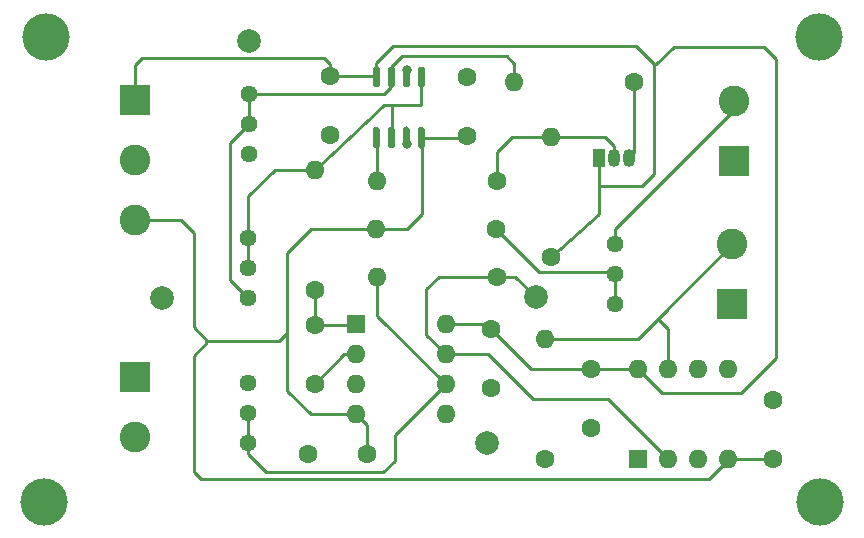
<source format=gbr>
%TF.GenerationSoftware,KiCad,Pcbnew,5.1.10-88a1d61d58~90~ubuntu20.04.1*%
%TF.CreationDate,2021-07-21T12:39:05-04:00*%
%TF.ProjectId,VoltageControlledPWM,566f6c74-6167-4654-936f-6e74726f6c6c,V1.0*%
%TF.SameCoordinates,Original*%
%TF.FileFunction,Copper,L1,Top*%
%TF.FilePolarity,Positive*%
%FSLAX46Y46*%
G04 Gerber Fmt 4.6, Leading zero omitted, Abs format (unit mm)*
G04 Created by KiCad (PCBNEW 5.1.10-88a1d61d58~90~ubuntu20.04.1) date 2021-07-21 12:39:05*
%MOMM*%
%LPD*%
G01*
G04 APERTURE LIST*
%TA.AperFunction,ComponentPad*%
%ADD10C,2.000000*%
%TD*%
%TA.AperFunction,ComponentPad*%
%ADD11C,1.440000*%
%TD*%
%TA.AperFunction,ComponentPad*%
%ADD12C,1.600000*%
%TD*%
%TA.AperFunction,ComponentPad*%
%ADD13R,2.600000X2.600000*%
%TD*%
%TA.AperFunction,ComponentPad*%
%ADD14C,2.600000*%
%TD*%
%TA.AperFunction,ComponentPad*%
%ADD15O,1.050000X1.500000*%
%TD*%
%TA.AperFunction,ComponentPad*%
%ADD16R,1.050000X1.500000*%
%TD*%
%TA.AperFunction,ComponentPad*%
%ADD17O,1.600000X1.600000*%
%TD*%
%TA.AperFunction,ComponentPad*%
%ADD18R,1.600000X1.600000*%
%TD*%
%TA.AperFunction,ViaPad*%
%ADD19C,4.000000*%
%TD*%
%TA.AperFunction,ViaPad*%
%ADD20C,0.800000*%
%TD*%
%TA.AperFunction,Conductor*%
%ADD21C,0.250000*%
%TD*%
G04 APERTURE END LIST*
D10*
%TO.P,TP0,1*%
%TO.N,GND*%
X101193600Y-103581200D03*
%TD*%
%TO.P,TP3,1*%
%TO.N,Net-(R10-Pad1)*%
X132842000Y-103530400D03*
%TD*%
%TO.P,TP2,1*%
%TO.N,Net-(C1-Pad1)*%
X128676400Y-115925600D03*
%TD*%
%TO.P,TP1,1*%
%TO.N,Net-(R1-Pad1)*%
X108508800Y-81838800D03*
%TD*%
D11*
%TO.P,R11,3*%
%TO.N,Net-(R10-Pad2)*%
X108458000Y-115874800D03*
%TO.P,R11,2*%
X108458000Y-113334800D03*
%TO.P,R11,1*%
%TO.N,GND*%
X108458000Y-110794800D03*
%TD*%
%TO.P,R9,3*%
%TO.N,Net-(R8-Pad1)*%
X139547600Y-104089200D03*
%TO.P,R9,2*%
X139547600Y-101549200D03*
%TO.P,R9,1*%
%TO.N,Net-(J3-Pad2)*%
X139547600Y-99009200D03*
%TD*%
%TO.P,R3,3*%
%TO.N,Net-(R1-Pad1)*%
X108458000Y-103632000D03*
%TO.P,R3,2*%
%TO.N,Net-(R2-Pad2)*%
X108458000Y-101092000D03*
%TO.P,R3,1*%
X108458000Y-98552000D03*
%TD*%
%TO.P,R1,3*%
%TO.N,Net-(C1-Pad2)*%
X108508800Y-91440000D03*
%TO.P,R1,2*%
%TO.N,Net-(R1-Pad1)*%
X108508800Y-88900000D03*
%TO.P,R1,1*%
X108508800Y-86360000D03*
%TD*%
D12*
%TO.P,C1,1*%
%TO.N,Net-(C1-Pad1)*%
X114096800Y-105867200D03*
%TO.P,C1,2*%
%TO.N,Net-(C1-Pad2)*%
X114096800Y-110867200D03*
%TD*%
%TO.P,C2,1*%
%TO.N,+12V*%
X115417600Y-84836000D03*
%TO.P,C2,2*%
%TO.N,GND*%
X115417600Y-89836000D03*
%TD*%
%TO.P,C4,2*%
%TO.N,GND*%
X129032000Y-111222800D03*
%TO.P,C4,1*%
%TO.N,+12V*%
X129032000Y-106222800D03*
%TD*%
%TO.P,C6,1*%
%TO.N,+12V*%
X137464800Y-109626400D03*
%TO.P,C6,2*%
%TO.N,GND*%
X137464800Y-114626400D03*
%TD*%
%TO.P,C3,2*%
%TO.N,GND*%
X126949200Y-84865200D03*
%TO.P,C3,1*%
%TO.N,-12V*%
X126949200Y-89865200D03*
%TD*%
%TO.P,C5,2*%
%TO.N,GND*%
X113516400Y-116840000D03*
%TO.P,C5,1*%
%TO.N,-12V*%
X118516400Y-116840000D03*
%TD*%
%TO.P,C7,1*%
%TO.N,-12V*%
X152908000Y-117246400D03*
%TO.P,C7,2*%
%TO.N,GND*%
X152908000Y-112246400D03*
%TD*%
D13*
%TO.P,J1,1*%
%TO.N,+12V*%
X98856800Y-86868000D03*
D14*
%TO.P,J1,2*%
%TO.N,GND*%
X98856800Y-91948000D03*
%TO.P,J1,3*%
%TO.N,-12V*%
X98856800Y-97028000D03*
%TD*%
D13*
%TO.P,J2,1*%
%TO.N,GND*%
X98856800Y-110337600D03*
D14*
%TO.P,J2,2*%
%TO.N,+3.3|5.0V*%
X98856800Y-115417600D03*
%TD*%
%TO.P,J3,2*%
%TO.N,Net-(J3-Pad2)*%
X149555200Y-86918800D03*
D13*
%TO.P,J3,1*%
%TO.N,GND*%
X149555200Y-91998800D03*
%TD*%
%TO.P,J4,1*%
%TO.N,GND*%
X149453600Y-104140000D03*
D14*
%TO.P,J4,2*%
%TO.N,Net-(J4-Pad2)*%
X149453600Y-99060000D03*
%TD*%
D15*
%TO.P,Q1,2*%
%TO.N,Net-(Q1-Pad2)*%
X139446000Y-91744800D03*
%TO.P,Q1,3*%
%TO.N,Net-(Q1-Pad3)*%
X140716000Y-91744800D03*
D16*
%TO.P,Q1,1*%
%TO.N,+12V*%
X138176000Y-91744800D03*
%TD*%
D12*
%TO.P,R2,1*%
%TO.N,Net-(C1-Pad1)*%
X114096800Y-102920800D03*
D17*
%TO.P,R2,2*%
%TO.N,Net-(R2-Pad2)*%
X114096800Y-92760800D03*
%TD*%
D12*
%TO.P,R4,1*%
%TO.N,Net-(Q1-Pad2)*%
X129489200Y-93675200D03*
D17*
%TO.P,R4,2*%
%TO.N,Net-(R4-Pad2)*%
X119329200Y-93675200D03*
%TD*%
%TO.P,R5,2*%
%TO.N,Net-(Q1-Pad2)*%
X134061200Y-89966800D03*
D12*
%TO.P,R5,1*%
%TO.N,+12V*%
X134061200Y-100126800D03*
%TD*%
%TO.P,R6,1*%
%TO.N,Net-(Q1-Pad3)*%
X141122400Y-85293200D03*
D17*
%TO.P,R6,2*%
%TO.N,Net-(R1-Pad1)*%
X130962400Y-85293200D03*
%TD*%
D12*
%TO.P,R7,1*%
%TO.N,+3.3|5.0V*%
X133553200Y-117246400D03*
D17*
%TO.P,R7,2*%
%TO.N,Net-(J4-Pad2)*%
X133553200Y-107086400D03*
%TD*%
%TO.P,R8,2*%
%TO.N,-12V*%
X119278400Y-97739200D03*
D12*
%TO.P,R8,1*%
%TO.N,Net-(R8-Pad1)*%
X129438400Y-97739200D03*
%TD*%
D17*
%TO.P,R10,2*%
%TO.N,Net-(R10-Pad2)*%
X119380000Y-101803200D03*
D12*
%TO.P,R10,1*%
%TO.N,Net-(R10-Pad1)*%
X129540000Y-101803200D03*
%TD*%
%TO.P,U1,1*%
%TO.N,Net-(R4-Pad2)*%
%TA.AperFunction,SMDPad,CuDef*%
G36*
G01*
X119453800Y-90927600D02*
X119153800Y-90927600D01*
G75*
G02*
X119003800Y-90777600I0J150000D01*
G01*
X119003800Y-89327600D01*
G75*
G02*
X119153800Y-89177600I150000J0D01*
G01*
X119453800Y-89177600D01*
G75*
G02*
X119603800Y-89327600I0J-150000D01*
G01*
X119603800Y-90777600D01*
G75*
G02*
X119453800Y-90927600I-150000J0D01*
G01*
G37*
%TD.AperFunction*%
%TO.P,U1,2*%
%TO.N,Net-(R2-Pad2)*%
%TA.AperFunction,SMDPad,CuDef*%
G36*
G01*
X120723800Y-90927600D02*
X120423800Y-90927600D01*
G75*
G02*
X120273800Y-90777600I0J150000D01*
G01*
X120273800Y-89327600D01*
G75*
G02*
X120423800Y-89177600I150000J0D01*
G01*
X120723800Y-89177600D01*
G75*
G02*
X120873800Y-89327600I0J-150000D01*
G01*
X120873800Y-90777600D01*
G75*
G02*
X120723800Y-90927600I-150000J0D01*
G01*
G37*
%TD.AperFunction*%
%TO.P,U1,3*%
%TO.N,GND*%
%TA.AperFunction,SMDPad,CuDef*%
G36*
G01*
X121993800Y-90927600D02*
X121693800Y-90927600D01*
G75*
G02*
X121543800Y-90777600I0J150000D01*
G01*
X121543800Y-89327600D01*
G75*
G02*
X121693800Y-89177600I150000J0D01*
G01*
X121993800Y-89177600D01*
G75*
G02*
X122143800Y-89327600I0J-150000D01*
G01*
X122143800Y-90777600D01*
G75*
G02*
X121993800Y-90927600I-150000J0D01*
G01*
G37*
%TD.AperFunction*%
%TO.P,U1,4*%
%TO.N,-12V*%
%TA.AperFunction,SMDPad,CuDef*%
G36*
G01*
X123263800Y-90927600D02*
X122963800Y-90927600D01*
G75*
G02*
X122813800Y-90777600I0J150000D01*
G01*
X122813800Y-89327600D01*
G75*
G02*
X122963800Y-89177600I150000J0D01*
G01*
X123263800Y-89177600D01*
G75*
G02*
X123413800Y-89327600I0J-150000D01*
G01*
X123413800Y-90777600D01*
G75*
G02*
X123263800Y-90927600I-150000J0D01*
G01*
G37*
%TD.AperFunction*%
%TO.P,U1,5*%
%TO.N,Net-(R2-Pad2)*%
%TA.AperFunction,SMDPad,CuDef*%
G36*
G01*
X123263800Y-85777600D02*
X122963800Y-85777600D01*
G75*
G02*
X122813800Y-85627600I0J150000D01*
G01*
X122813800Y-84177600D01*
G75*
G02*
X122963800Y-84027600I150000J0D01*
G01*
X123263800Y-84027600D01*
G75*
G02*
X123413800Y-84177600I0J-150000D01*
G01*
X123413800Y-85627600D01*
G75*
G02*
X123263800Y-85777600I-150000J0D01*
G01*
G37*
%TD.AperFunction*%
%TO.P,U1,6*%
%TO.N,GND*%
%TA.AperFunction,SMDPad,CuDef*%
G36*
G01*
X121993800Y-85777600D02*
X121693800Y-85777600D01*
G75*
G02*
X121543800Y-85627600I0J150000D01*
G01*
X121543800Y-84177600D01*
G75*
G02*
X121693800Y-84027600I150000J0D01*
G01*
X121993800Y-84027600D01*
G75*
G02*
X122143800Y-84177600I0J-150000D01*
G01*
X122143800Y-85627600D01*
G75*
G02*
X121993800Y-85777600I-150000J0D01*
G01*
G37*
%TD.AperFunction*%
%TO.P,U1,7*%
%TO.N,Net-(R1-Pad1)*%
%TA.AperFunction,SMDPad,CuDef*%
G36*
G01*
X120723800Y-85777600D02*
X120423800Y-85777600D01*
G75*
G02*
X120273800Y-85627600I0J150000D01*
G01*
X120273800Y-84177600D01*
G75*
G02*
X120423800Y-84027600I150000J0D01*
G01*
X120723800Y-84027600D01*
G75*
G02*
X120873800Y-84177600I0J-150000D01*
G01*
X120873800Y-85627600D01*
G75*
G02*
X120723800Y-85777600I-150000J0D01*
G01*
G37*
%TD.AperFunction*%
%TO.P,U1,8*%
%TO.N,+12V*%
%TA.AperFunction,SMDPad,CuDef*%
G36*
G01*
X119453800Y-85777600D02*
X119153800Y-85777600D01*
G75*
G02*
X119003800Y-85627600I0J150000D01*
G01*
X119003800Y-84177600D01*
G75*
G02*
X119153800Y-84027600I150000J0D01*
G01*
X119453800Y-84027600D01*
G75*
G02*
X119603800Y-84177600I0J-150000D01*
G01*
X119603800Y-85627600D01*
G75*
G02*
X119453800Y-85777600I-150000J0D01*
G01*
G37*
%TD.AperFunction*%
%TD*%
D17*
%TO.P,U2,8*%
%TO.N,+12V*%
X125171200Y-105816400D03*
%TO.P,U2,4*%
%TO.N,-12V*%
X117551200Y-113436400D03*
%TO.P,U2,7*%
%TO.N,Net-(R10-Pad1)*%
X125171200Y-108356400D03*
%TO.P,U2,3*%
%TO.N,GND*%
X117551200Y-110896400D03*
%TO.P,U2,6*%
%TO.N,Net-(R10-Pad2)*%
X125171200Y-110896400D03*
%TO.P,U2,2*%
%TO.N,Net-(C1-Pad2)*%
X117551200Y-108356400D03*
%TO.P,U2,5*%
%TO.N,Net-(R8-Pad1)*%
X125171200Y-113436400D03*
D18*
%TO.P,U2,1*%
%TO.N,Net-(C1-Pad1)*%
X117551200Y-105816400D03*
%TD*%
%TO.P,U3,1*%
%TO.N,GND*%
X141478000Y-117246400D03*
D17*
%TO.P,U3,5*%
%TO.N,Net-(U3-Pad5)*%
X149098000Y-109626400D03*
%TO.P,U3,2*%
%TO.N,Net-(R10-Pad1)*%
X144018000Y-117246400D03*
%TO.P,U3,6*%
%TO.N,Net-(U3-Pad6)*%
X146558000Y-109626400D03*
%TO.P,U3,3*%
%TO.N,Net-(C1-Pad1)*%
X146558000Y-117246400D03*
%TO.P,U3,7*%
%TO.N,Net-(J4-Pad2)*%
X144018000Y-109626400D03*
%TO.P,U3,4*%
%TO.N,-12V*%
X149098000Y-117246400D03*
%TO.P,U3,8*%
%TO.N,+12V*%
X141478000Y-109626400D03*
%TD*%
D19*
%TO.N,*%
X91338400Y-81483200D03*
X91186000Y-120853200D03*
X156870400Y-120853200D03*
X156768800Y-81534000D03*
D20*
%TO.N,GND*%
X121869200Y-90576400D03*
X121869200Y-84328000D03*
%TD*%
D21*
%TO.N,-12V*%
X123113800Y-90052600D02*
X123113800Y-90927600D01*
X126761800Y-90052600D02*
X126949200Y-89865200D01*
X123113800Y-90052600D02*
X126761800Y-90052600D01*
X103835200Y-98094800D02*
X103835200Y-106070400D01*
X103835200Y-106070400D02*
X105003600Y-107238800D01*
X98856800Y-97028000D02*
X102768400Y-97028000D01*
X102768400Y-97028000D02*
X103835200Y-98094800D01*
X149098000Y-117246400D02*
X152908000Y-117246400D01*
X147472400Y-118922800D02*
X149098000Y-117297200D01*
X132588000Y-118922800D02*
X147472400Y-118922800D01*
X105003600Y-107340400D02*
X105003600Y-107238800D01*
X103835200Y-118313200D02*
X103835200Y-108508800D01*
X104444800Y-118922800D02*
X103835200Y-118313200D01*
X132588000Y-118922800D02*
X104444800Y-118922800D01*
X103835200Y-108508800D02*
X105003600Y-107340400D01*
X111099600Y-107238800D02*
X105003600Y-107238800D01*
X111760000Y-106578400D02*
X111099600Y-107238800D01*
X113792000Y-97739200D02*
X111760000Y-99771200D01*
X119278400Y-97739200D02*
X113792000Y-97739200D01*
X121920000Y-97739200D02*
X119278400Y-97739200D01*
X123190000Y-96469200D02*
X121920000Y-97739200D01*
X123190000Y-90128800D02*
X123190000Y-96469200D01*
X123113800Y-90052600D02*
X123190000Y-90128800D01*
X111760000Y-106375200D02*
X111760000Y-106578400D01*
X111760000Y-99771200D02*
X111760000Y-106375200D01*
X113741200Y-113436400D02*
X111760000Y-111455200D01*
X111760000Y-111455200D02*
X111760000Y-106375200D01*
X117551200Y-113436400D02*
X113741200Y-113436400D01*
X118516400Y-116840000D02*
X118516400Y-114401600D01*
X118516400Y-114401600D02*
X117551200Y-113436400D01*
%TO.N,GND*%
X121843800Y-85464798D02*
X121869200Y-85490198D01*
X121843800Y-84902600D02*
X121843800Y-85464798D01*
X121843800Y-90052600D02*
X121843800Y-89142401D01*
%TO.N,+12V*%
X139954000Y-109626400D02*
X139750800Y-109626400D01*
X119237200Y-84836000D02*
X119303800Y-84902600D01*
X115417600Y-84836000D02*
X119237200Y-84836000D01*
X115417600Y-83820000D02*
X115417600Y-84836000D01*
X114858800Y-83261200D02*
X115417600Y-83820000D01*
X99466400Y-83261200D02*
X114858800Y-83261200D01*
X98856800Y-83870800D02*
X99466400Y-83261200D01*
X98856800Y-86868000D02*
X98856800Y-83870800D01*
X119303800Y-83693000D02*
X120700800Y-82296000D01*
X119303800Y-84902600D02*
X119303800Y-83693000D01*
X138176000Y-91744800D02*
X138176000Y-94132400D01*
X136550400Y-82296000D02*
X136804400Y-82296000D01*
X120700800Y-82296000D02*
X136550400Y-82296000D01*
X141325600Y-82296000D02*
X136550400Y-82296000D01*
X142849600Y-83820000D02*
X141325600Y-82296000D01*
X142849600Y-93116400D02*
X142849600Y-83820000D01*
X141833600Y-94132400D02*
X142849600Y-93116400D01*
X138176000Y-94132400D02*
X141833600Y-94132400D01*
X138176000Y-96520000D02*
X138176000Y-94132400D01*
X134061200Y-100126800D02*
X138176000Y-96520000D01*
X137464800Y-109626400D02*
X141478000Y-109626400D01*
X143510000Y-111658400D02*
X141478000Y-109626400D01*
X153111200Y-108712000D02*
X150164800Y-111658400D01*
X153111200Y-83362800D02*
X153111200Y-108712000D01*
X152095200Y-82346800D02*
X153111200Y-83362800D01*
X150164800Y-111658400D02*
X143510000Y-111658400D01*
X144475200Y-82346800D02*
X152095200Y-82346800D01*
X143002000Y-83820000D02*
X144475200Y-82346800D01*
X142849600Y-83820000D02*
X143002000Y-83820000D01*
X128625600Y-105816400D02*
X129032000Y-106222800D01*
X125171200Y-105816400D02*
X128625600Y-105816400D01*
X132435600Y-109626400D02*
X129032000Y-106222800D01*
X137464800Y-109626400D02*
X132435600Y-109626400D01*
%TO.N,Net-(Q1-Pad2)*%
X138668000Y-89966800D02*
X134061200Y-89966800D01*
X139446000Y-90744800D02*
X138668000Y-89966800D01*
X139446000Y-91744800D02*
X139446000Y-90744800D01*
X129489200Y-93675200D02*
X129997200Y-93980000D01*
X129489200Y-91287600D02*
X129489200Y-93675200D01*
X130810000Y-89966800D02*
X129489200Y-91287600D01*
X134061200Y-89966800D02*
X130810000Y-89966800D01*
%TO.N,Net-(Q1-Pad3)*%
X141122400Y-91338400D02*
X140716000Y-91744800D01*
X141122400Y-85293200D02*
X141122400Y-91338400D01*
%TO.N,Net-(R4-Pad2)*%
X119329200Y-93675200D02*
X119329200Y-90078000D01*
%TO.N,Net-(R2-Pad2)*%
X108458000Y-98552000D02*
X108458000Y-101092000D01*
X120599200Y-90027200D02*
X120573800Y-90052600D01*
X120599200Y-87298864D02*
X120599200Y-90027200D01*
X120536168Y-87235832D02*
X120599200Y-87298864D01*
X114096800Y-93014800D02*
X114350800Y-93014800D01*
X123113800Y-87235832D02*
X123113800Y-84902600D01*
X119926568Y-87235832D02*
X123113800Y-87235832D01*
X114096800Y-92760800D02*
X119926568Y-87235832D01*
X114096800Y-93014800D02*
X114096800Y-92760800D01*
X110693200Y-92760800D02*
X114096800Y-92760800D01*
X108458000Y-94996000D02*
X110693200Y-92760800D01*
X108458000Y-98552000D02*
X108458000Y-94996000D01*
%TO.N,Net-(C1-Pad1)*%
X117500400Y-105867200D02*
X117551200Y-105816400D01*
X114096800Y-105867200D02*
X117500400Y-105867200D01*
X114096800Y-102920800D02*
X114096800Y-105867200D01*
%TO.N,Net-(R8-Pad1)*%
X139547600Y-101549200D02*
X139547600Y-104089200D01*
X139395200Y-101396800D02*
X139547600Y-101549200D01*
X133096000Y-101396800D02*
X139395200Y-101396800D01*
X129438400Y-97739200D02*
X133096000Y-101396800D01*
%TO.N,Net-(C1-Pad2)*%
X116607600Y-108356400D02*
X117551200Y-108356400D01*
X114096800Y-110867200D02*
X116607600Y-108356400D01*
%TO.N,Net-(R10-Pad2)*%
X108458000Y-113334800D02*
X108458000Y-115874800D01*
X119380000Y-105105200D02*
X119380000Y-101803200D01*
X125171200Y-110896400D02*
X119380000Y-105105200D01*
X108458000Y-116840000D02*
X108458000Y-115874800D01*
X119888000Y-118364000D02*
X109982000Y-118364000D01*
X120853200Y-117398800D02*
X119888000Y-118364000D01*
X120853200Y-115214400D02*
X120853200Y-117398800D01*
X109982000Y-118364000D02*
X108458000Y-116840000D01*
X125171200Y-110896400D02*
X120853200Y-115214400D01*
%TO.N,Net-(R10-Pad1)*%
X123545600Y-102870000D02*
X123545600Y-106730800D01*
X123545600Y-106730800D02*
X125171200Y-108356400D01*
X124612400Y-101803200D02*
X123545600Y-102870000D01*
X129540000Y-101803200D02*
X124612400Y-101803200D01*
X128778000Y-108356400D02*
X125171200Y-108356400D01*
X132588000Y-112166400D02*
X128778000Y-108356400D01*
X138938000Y-112166400D02*
X132588000Y-112166400D01*
X144018000Y-117246400D02*
X138938000Y-112166400D01*
X131064000Y-101803200D02*
X132791200Y-103530400D01*
X129540000Y-101803200D02*
X131064000Y-101803200D01*
%TO.N,Net-(J3-Pad2)*%
X139547600Y-97739200D02*
X139547600Y-99009200D01*
X149555200Y-87731600D02*
X139547600Y-97739200D01*
X149555200Y-86918800D02*
X149555200Y-87731600D01*
%TO.N,Net-(J4-Pad2)*%
X144018000Y-109626400D02*
X144018000Y-106273600D01*
X144018000Y-106273600D02*
X143129000Y-105384600D01*
X149453600Y-99060000D02*
X143129000Y-105384600D01*
X141427200Y-107086400D02*
X133553200Y-107086400D01*
X143129000Y-105384600D02*
X141427200Y-107086400D01*
%TO.N,Net-(R1-Pad1)*%
X108508800Y-86360000D02*
X108508800Y-88900000D01*
X130962400Y-85293200D02*
X130962400Y-83769200D01*
X130962400Y-83769200D02*
X130352800Y-83159600D01*
X120573800Y-84027600D02*
X120573800Y-84902600D01*
X121441800Y-83159600D02*
X120573800Y-84027600D01*
X130352800Y-83159600D02*
X121441800Y-83159600D01*
X120573800Y-85777600D02*
X120573800Y-84902600D01*
X119991400Y-86360000D02*
X120573800Y-85777600D01*
X108508800Y-86360000D02*
X119991400Y-86360000D01*
X106883200Y-102057200D02*
X108458000Y-103632000D01*
X106883200Y-90525600D02*
X106883200Y-102057200D01*
X108508800Y-88900000D02*
X106883200Y-90525600D01*
%TD*%
M02*

</source>
